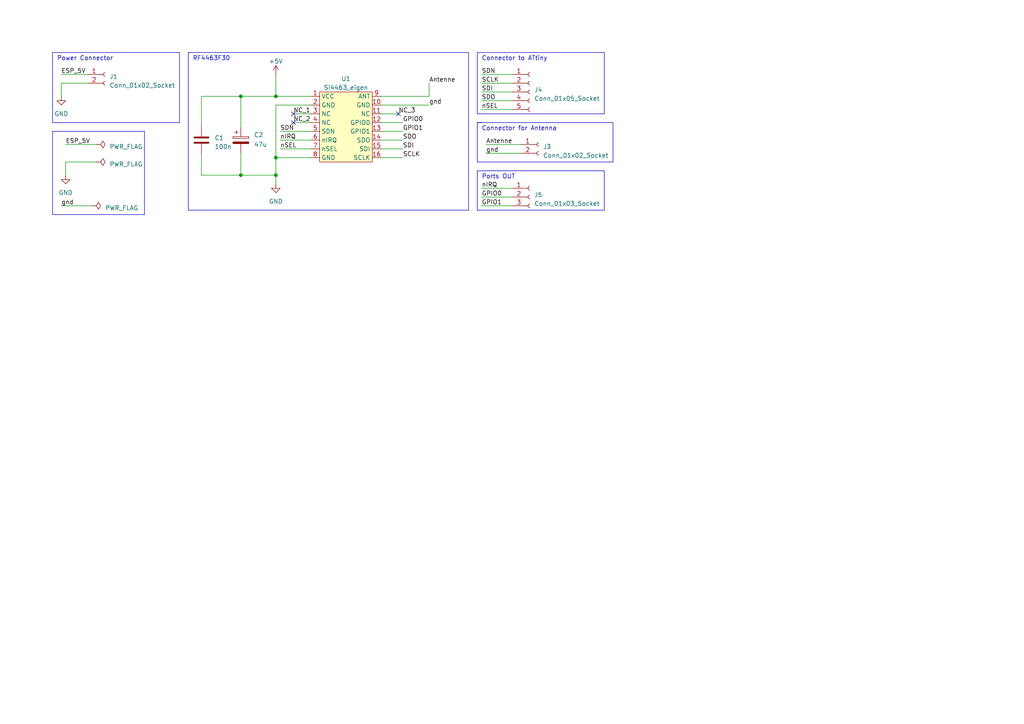
<source format=kicad_sch>
(kicad_sch (version 20230121) (generator eeschema)
  (paper "A4")
  (title_block (title "funk-transmitter-final") (date "2023-03-31") (rev "v1") (comment 1 "erste Version"))
  (lib_symbols
    (symbol "Connector:Conn_01x02_Socket" (pin_names (offset 1.016) hide)
      (property "Reference" "J" (at 0 2.54 0))
      (property "Value" "Conn_01x02_Socket" (at 0 -5.08 0))
      (symbol "Conn_01x02_Socket_1_1"
        (arc (start 0 -2.032) (mid -0.5058 -2.54) (end 0 -3.048) (stroke (width 0.1524)))
        (polyline (pts (xy -1.27 -2.54) (xy -0.508 -2.54)) (stroke (width 0.1524)))
        (polyline (pts (xy -1.27 0) (xy -0.508 0)) (stroke (width 0.1524)))
        (arc (start 0 0.508) (mid -0.5058 0) (end 0 -0.508) (stroke (width 0.1524)))
        (pin passive line (at -5.08 0 0) (length 3.81) (name "Pin_1") (number "1"))
        (pin passive line (at -5.08 -2.54 0) (length 3.81) (name "Pin_2") (number "2"))
      )
    )
    (symbol "Connector:Conn_01x03_Socket" (pin_names (offset 1.016) hide)
      (property "Reference" "J" (at 0 5.08 0))
      (property "Value" "Conn_01x03_Socket" (at 0 -5.08 0))
      (symbol "Conn_01x03_Socket_1_1"
        (arc (start 0 -2.032) (mid -0.5058 -2.54) (end 0 -3.048) (stroke (width 0.1524)))
        (polyline (pts (xy -1.27 -2.54) (xy -0.508 -2.54)) (stroke (width 0.1524)))
        (polyline (pts (xy -1.27 0) (xy -0.508 0)) (stroke (width 0.1524)))
        (polyline (pts (xy -1.27 2.54) (xy -0.508 2.54)) (stroke (width 0.1524)))
        (arc (start 0 0.508) (mid -0.5058 0) (end 0 -0.508) (stroke (width 0.1524)))
        (arc (start 0 3.048) (mid -0.5058 2.54) (end 0 2.032) (stroke (width 0.1524)))
        (pin passive line (at -5.08 2.54 0) (length 3.81) (name "Pin_1") (number "1"))
        (pin passive line (at -5.08 0 0) (length 3.81) (name "Pin_2") (number "2"))
        (pin passive line (at -5.08 -2.54 0) (length 3.81) (name "Pin_3") (number "3"))
      )
    )
    (symbol "Connector:Conn_01x05_Socket" (pin_names (offset 1.016) hide)
      (property "Reference" "J" (at 0 7.62 0))
      (property "Value" "Conn_01x05_Socket" (at 0 -7.62 0))
      (symbol "Conn_01x05_Socket_1_1"
        (arc (start 0 -4.572) (mid -0.5058 -5.08) (end 0 -5.588) (stroke (width 0.1524)))
        (arc (start 0 -2.032) (mid -0.5058 -2.54) (end 0 -3.048) (stroke (width 0.1524)))
        (polyline (pts (xy -1.27 -5.08) (xy -0.508 -5.08)) (stroke (width 0.1524)))
        (polyline (pts (xy -1.27 -2.54) (xy -0.508 -2.54)) (stroke (width 0.1524)))
        (polyline (pts (xy -1.27 0) (xy -0.508 0)) (stroke (width 0.1524)))
        (polyline (pts (xy -1.27 2.54) (xy -0.508 2.54)) (stroke (width 0.1524)))
        (polyline (pts (xy -1.27 5.08) (xy -0.508 5.08)) (stroke (width 0.1524)))
        (arc (start 0 0.508) (mid -0.5058 0) (end 0 -0.508) (stroke (width 0.1524)))
        (arc (start 0 3.048) (mid -0.5058 2.54) (end 0 2.032) (stroke (width 0.1524)))
        (arc (start 0 5.588) (mid -0.5058 5.08) (end 0 4.572) (stroke (width 0.1524)))
        (pin passive line (at -5.08 5.08 0) (length 3.81) (name "Pin_1") (number "1"))
        (pin passive line (at -5.08 2.54 0) (length 3.81) (name "Pin_2") (number "2"))
        (pin passive line (at -5.08 0 0) (length 3.81) (name "Pin_3") (number "3"))
        (pin passive line (at -5.08 -2.54 0) (length 3.81) (name "Pin_4") (number "4"))
        (pin passive line (at -5.08 -5.08 0) (length 3.81) (name "Pin_5") (number "5"))
      )
    )
    (symbol "Device:C" (pin_numbers hide) (pin_names (offset 0.254))
      (property "Reference" "C" (at 0.635 2.54 0))
      (property "Value" "C" (at 0.635 -2.54 0))
      (symbol "C_0_1"
        (polyline (pts (xy -2.032 -0.762) (xy 2.032 -0.762)) (stroke (width 0.508)))
        (polyline (pts (xy -2.032 0.762) (xy 2.032 0.762)) (stroke (width 0.508)))
      )
      (symbol "C_1_1"
        (pin passive line (at 0 3.81 270) (length 2.794) (name "~") (number "1"))
        (pin passive line (at 0 -3.81 90) (length 2.794) (name "~") (number "2"))
      )
    )
    (symbol "Device:C_Polarized" (pin_numbers hide) (pin_names (offset 0.254))
      (property "Reference" "C" (at 0.635 2.54 0))
      (property "Value" "C_Polarized" (at 0.635 -2.54 0))
      (symbol "C_Polarized_0_1"
        (rectangle (start -2.286 0.508) (end 2.286 1.016))
        (polyline (pts (xy -1.778 2.286) (xy -0.762 2.286)))
        (polyline (pts (xy -1.27 2.794) (xy -1.27 1.778)))
        (rectangle (start 2.286 -0.508) (end -2.286 -1.016) (fill (type outline)))
      )
      (symbol "C_Polarized_1_1"
        (pin passive line (at 0 3.81 270) (length 2.794) (name "~") (number "1"))
        (pin passive line (at 0 -3.81 90) (length 2.794) (name "~") (number "2"))
      )
    )
    (symbol "RF:Si4460"
      (property "Reference" "U" (at -6.35 16.51 0))
      (property "Value" "Si4463_eigen" (at 6.35 16.51 0))
      (symbol "Si4460_0_1"
        (rectangle (start -7.62 13.97) (end 7.62 -6.35) (fill (type background)))
      )
      (symbol "Si4460_1_1"
        (pin power_in line (at -10.16 12.7 0) (length 2.54) (name "VCC") (number "1"))
        (pin power_in line (at 10.16 10.16 180) (length 2.54) (name "GND") (number "10"))
        (pin passive line (at 10.16 7.62 180) (length 2.54) (name "NC") (number "11"))
        (pin bidirectional line (at 10.16 5.08 180) (length 2.54) (name "GPIO0") (number "12"))
        (pin bidirectional line (at 10.16 2.54 180) (length 2.54) (name "GPIO1") (number "13"))
        (pin output line (at 10.16 0 180) (length 2.54) (name "SDO") (number "14"))
        (pin input line (at 10.16 -2.54 180) (length 2.54) (name "SDI") (number "15"))
        (pin input line (at 10.16 -5.08 180) (length 2.54) (name "SCLK") (number "16"))
        (pin power_in line (at -10.16 10.16 0) (length 2.54) (name "GND") (number "2"))
        (pin passive line (at -10.16 7.62 0) (length 2.54) (name "NC") (number "3"))
        (pin passive line (at -10.16 5.08 0) (length 2.54) (name "NC") (number "4"))
        (pin input line (at -10.16 2.54 0) (length 2.54) (name "SDN") (number "5"))
        (pin open_collector line (at -10.16 0 0) (length 2.54) (name "nIRQ") (number "6"))
        (pin input line (at -10.16 -2.54 0) (length 2.54) (name "nSEL") (number "7"))
        (pin power_in line (at -10.16 -5.08 0) (length 2.54) (name "GND") (number "8"))
        (pin bidirectional line (at 10.16 12.7 180) (length 2.54) (name "ANT") (number "9"))
      )
    )
    (symbol "power:+5V" (power) (pin_names (offset 0))
      (property "Value" "+5V" (at 0 3.556 0))
      (symbol "+5V_0_1"
        (polyline (pts (xy -0.762 1.27) (xy 0 2.54)))
        (polyline (pts (xy 0 0) (xy 0 2.54)))
        (polyline (pts (xy 0 2.54) (xy 0.762 1.27)))
      )
      (symbol "+5V_1_1"
        (pin power_in line (at 0 0 90) (length 0) hide (name "+5V") (number "1"))
      )
    )
    (symbol "power:GND" (power) (pin_names (offset 0))
      (property "Value" "GND" (at 0 -3.81 0))
      (symbol "GND_0_1"
        (polyline (pts (xy 0 0) (xy 0 -1.27) (xy 1.27 -1.27) (xy 0 -2.54) (xy -1.27 -1.27) (xy 0 -1.27)))
      )
      (symbol "GND_1_1"
        (pin power_in line (at 0 0 270) (length 0) hide (name "GND") (number "1"))
      )
    )
    (symbol "power:PWR_FLAG" (power) (pin_numbers hide) (pin_names (offset 0) hide)
      (property "Value" "PWR_FLAG" (at 0 3.81 0))
      (symbol "PWR_FLAG_0_0"
        (pin power_out line (at 0 0 90) (length 0) (name "pwr") (number "1"))
      )
      (symbol "PWR_FLAG_0_1"
        (polyline (pts (xy 0 0) (xy 0 1.27) (xy -1.016 1.905) (xy 0 2.54) (xy 1.016 1.905) (xy 0 1.27)))
      )
    )
  )
  (junction (at 80.01 45.72))
  (junction (at 80.01 50.8))
  (junction (at 69.85 27.94))
  (junction (at 80.01 27.94))
  (junction (at 69.85 50.8))
  (no_connect (at 115.57 33.02))
  (no_connect (at 85.09 33.02))
  (no_connect (at 85.09 35.56))
  (wire (pts (xy 80.01 30.48) (xy 80.01 45.72)))
  (polyline (pts (xy 15.24 35.56) (xy 15.24 15.24)))
  (wire (pts (xy 139.7 21.59) (xy 148.59 21.59)))
  (polyline (pts (xy 138.43 60.96) (xy 139.7 60.96)))
  (polyline (pts (xy 54.61 15.24) (xy 135.89 15.24)))
  (wire (pts (xy 81.28 43.18) (xy 90.17 43.18)))
  (wire (pts (xy 69.85 27.94) (xy 80.01 27.94)))
  (wire (pts (xy 25.4 21.59) (xy 17.78 21.59)))
  (polyline (pts (xy 138.43 35.56) (xy 139.7 35.56)))
  (wire (pts (xy 80.01 27.94) (xy 80.01 21.59)))
  (wire (pts (xy 27.94 41.91) (xy 19.05 41.91)))
  (polyline (pts (xy 177.8 35.56) (xy 177.8 46.99)))
  (wire (pts (xy 139.7 54.61) (xy 148.59 54.61)))
  (polyline (pts (xy 41.91 38.1) (xy 41.91 62.23)))
  (polyline (pts (xy 52.07 35.56) (xy 15.24 35.56)))
  (wire (pts (xy 80.01 45.72) (xy 90.17 45.72)))
  (wire (pts (xy 80.01 27.94) (xy 90.17 27.94)))
  (wire (pts (xy 140.97 41.91) (xy 151.13 41.91)))
  (wire (pts (xy 139.7 57.15) (xy 148.59 57.15)))
  (polyline (pts (xy 52.07 15.24) (xy 52.07 35.56)))
  (wire (pts (xy 17.78 59.69) (xy 26.67 59.69)))
  (polyline (pts (xy 139.7 60.96) (xy 175.26 60.96)))
  (wire (pts (xy 139.7 31.75) (xy 148.59 31.75)))
  (wire (pts (xy 27.94 46.99) (xy 19.05 46.99)))
  (wire (pts (xy 58.42 44.45) (xy 58.42 50.8)))
  (wire (pts (xy 81.28 38.1) (xy 90.17 38.1)))
  (wire (pts (xy 139.7 26.67) (xy 148.59 26.67)))
  (polyline (pts (xy 41.91 62.23) (xy 15.24 62.23)))
  (wire (pts (xy 110.49 40.64) (xy 116.84 40.64)))
  (polyline (pts (xy 135.89 15.24) (xy 135.89 60.96)))
  (wire (pts (xy 139.7 29.21) (xy 148.59 29.21)))
  (polyline (pts (xy 138.43 35.56) (xy 139.7 35.56)))
  (wire (pts (xy 85.09 35.56) (xy 90.17 35.56)))
  (polyline (pts (xy 175.26 33.02) (xy 138.43 33.02)))
  (wire (pts (xy 58.42 50.8) (xy 69.85 50.8)))
  (wire (pts (xy 110.49 30.48) (xy 124.46 30.48)))
  (polyline (pts (xy 138.43 35.56) (xy 138.43 46.99)))
  (wire (pts (xy 110.49 45.72) (xy 116.84 45.72)))
  (wire (pts (xy 19.05 46.99) (xy 19.05 50.8)))
  (polyline (pts (xy 175.26 15.24) (xy 175.26 33.02)))
  (wire (pts (xy 85.09 33.02) (xy 90.17 33.02)))
  (wire (pts (xy 110.49 27.94) (xy 124.46 27.94)))
  (polyline (pts (xy 15.24 62.23) (xy 15.24 38.1)))
  (wire (pts (xy 80.01 45.72) (xy 80.01 50.8)))
  (polyline (pts (xy 54.61 60.96) (xy 54.61 15.24)))
  (wire (pts (xy 80.01 50.8) (xy 80.01 53.34)))
  (wire (pts (xy 110.49 43.18) (xy 116.84 43.18)))
  (polyline (pts (xy 135.89 60.96) (xy 54.61 60.96)))
  (polyline (pts (xy 138.43 46.99) (xy 177.8 46.99)))
  (polyline (pts (xy 138.43 49.53) (xy 138.43 60.96)))
  (wire (pts (xy 17.78 24.13) (xy 17.78 27.94)))
  (wire (pts (xy 69.85 50.8) (xy 80.01 50.8)))
  (wire (pts (xy 110.49 33.02) (xy 115.57 33.02)))
  (wire (pts (xy 58.42 27.94) (xy 69.85 27.94)))
  (wire (pts (xy 110.49 35.56) (xy 116.84 35.56)))
  (polyline (pts (xy 138.43 15.24) (xy 175.26 15.24)))
  (wire (pts (xy 58.42 36.83) (xy 58.42 27.94)))
  (wire (pts (xy 151.13 44.45) (xy 140.97 44.45)))
  (polyline (pts (xy 175.26 60.96) (xy 175.26 49.53)))
  (wire (pts (xy 69.85 36.83) (xy 69.85 27.94)))
  (polyline (pts (xy 15.24 15.24) (xy 52.07 15.24)))
  (polyline (pts (xy 15.24 38.1) (xy 41.91 38.1)))
  (wire (pts (xy 139.7 24.13) (xy 148.59 24.13)))
  (wire (pts (xy 81.28 40.64) (xy 90.17 40.64)))
  (wire (pts (xy 69.85 44.45) (xy 69.85 50.8)))
  (wire (pts (xy 124.46 24.13) (xy 124.46 27.94)))
  (wire (pts (xy 139.7 59.69) (xy 148.59 59.69)))
  (polyline (pts (xy 139.7 35.56) (xy 177.8 35.56)))
  (wire (pts (xy 80.01 30.48) (xy 90.17 30.48)))
  (polyline (pts (xy 138.43 33.02) (xy 138.43 15.24)))
  (polyline (pts (xy 175.26 49.53) (xy 138.43 49.53)))
  (wire (pts (xy 25.4 24.13) (xy 17.78 24.13)))
  (wire (pts (xy 110.49 38.1) (xy 116.84 38.1)))
  (text "Power Connector" (at 16.51 17.78 0) (effects (font (size 1.27 1.27)) (justify left bottom)))
  (text "RF4463F30" (at 55.88 17.78 0) (effects (font (size 1.27 1.27)) (justify left bottom)))
  (text "Connector to ATtiny" (at 139.7 17.78 0) (effects (font (size 1.27 1.27)) (justify left bottom)))
  (text "Ports OUT" (at 139.7 52.07 0) (effects (font (size 1.27 1.27)) (justify left bottom)))
  (text "Connector for Antenna" (at 139.7 38.1 0) (effects (font (size 1.27 1.27)) (justify left bottom)))
  (label "SDN" (at 139.7 21.59 0))
  (label "nSEL" (at 139.7 31.75 0))
  (label "SDO" (at 116.84 40.64 0))
  (label "Antenne" (at 124.46 24.13 0))
  (label "SDI" (at 139.7 26.67 0))
  (label "SCLK" (at 139.7 24.13 0))
  (label "NC_2" (at 85.09 35.56 0))
  (label "GPIO0" (at 139.7 57.15 0))
  (label "gnd" (at 124.46 30.48 0))
  (label "gnd" (at 17.78 59.69 0))
  (label "SDI" (at 116.84 43.18 0))
  (label "SDN" (at 81.28 38.1 0))
  (label "gnd" (at 140.97 44.45 0))
  (label "GPIO1" (at 139.7 59.69 0))
  (label "NC_1" (at 85.09 33.02 0))
  (label "nIRQ" (at 139.7 54.61 0))
  (label "SCLK" (at 116.84 45.72 0))
  (label "nIRQ" (at 81.28 40.64 0))
  (label "NC_3" (at 115.57 33.02 0))
  (label "Antenne" (at 140.97 41.91 0))
  (label "ESP_5V" (at 19.05 41.91 0))
  (label "ESP_5V" (at 17.78 21.59 0))
  (label "nSEL" (at 81.28 43.18 0))
  (label "GPIO1" (at 116.84 38.1 0))
  (label "SDO" (at 139.7 29.21 0))
  (label "GPIO0" (at 116.84 35.56 0))
  (symbol (lib_id "power:PWR_FLAG") (at 27.94 46.99 270) (unit 1)
    (property "Reference" "#FLG03" (effects hide))
    (property "Value" "PWR_FLAG" (at 31.75 47.625 90) (effects (justify left)))
  )
  (symbol (lib_id "Connector:Conn_01x05_Socket") (at 153.67 26.67 0) (unit 1)
    (property "Reference" "J4" (at 154.94 26.035 0) (effects (justify left)))
    (property "Value" "Conn_01x05_Socket" (at 154.94 28.575 0) (effects (justify left)))
    (property "Footprint" "Connector_PinHeader_2.54mm:PinHeader_1x05_P2.54mm_Vertical" (effects hide))
  )
  (symbol (lib_id "power:PWR_FLAG") (at 26.67 59.69 270) (unit 1)
    (property "Reference" "#FLG01" (effects hide))
    (property "Value" "PWR_FLAG" (at 30.48 60.325 90) (effects (justify left)))
  )
  (symbol (lib_id "Connector:Conn_01x02_Socket") (at 156.21 41.91 0) (unit 1)
    (property "Reference" "J3" (at 157.48 42.545 0) (effects (justify left)))
    (property "Value" "Conn_01x02_Socket" (at 157.48 45.085 0) (effects (justify left)))
    (property "Footprint" "Connector_JST:JST_EH_B2B-EH-A_1x02_P2.50mm_Vertical" (effects hide))
  )
  (symbol (lib_id "Device:C_Polarized") (at 69.85 40.64 0) (unit 1)
    (property "Reference" "C2" (at 73.66 39.116 0) (effects (justify left)))
    (property "Value" "47u" (at 73.66 41.91 0) (effects (justify left)))
    (property "Footprint" "Capacitor_SMD:C_1206_3216Metric_Pad1.33x1.80mm_HandSolder" (effects hide))
  )
  (symbol (lib_id "Device:C") (at 58.42 40.64 0) (unit 1)
    (property "Reference" "C1" (at 62.23 40.005 0) (effects (justify left)))
    (property "Value" "100n" (at 62.23 42.545 0) (effects (justify left)))
    (property "Footprint" "Capacitor_SMD:C_1206_3216Metric_Pad1.33x1.80mm_HandSolder" (effects hide))
  )
  (symbol (lib_id "power:PWR_FLAG") (at 27.94 41.91 270) (unit 1)
    (property "Reference" "#FLG02" (effects hide))
    (property "Value" "PWR_FLAG" (at 31.75 42.545 90) (effects (justify left)))
  )
  (symbol (lib_id "power:GND") (at 17.78 27.94 0) (unit 1)
    (property "Reference" "#PWR01" (effects hide))
    (property "Value" "GND" (at 17.78 33.02 0))
  )
  (symbol (lib_id "power:GND") (at 80.01 53.34 0) (unit 1)
    (property "Reference" "#PWR04" (effects hide))
    (property "Value" "GND" (at 80.01 58.42 0))
  )
  (symbol (lib_id "Connector:Conn_01x03_Socket") (at 153.67 57.15 0) (unit 1)
    (property "Reference" "J5" (at 154.94 56.515 0) (effects (justify left)))
    (property "Value" "Conn_01x03_Socket" (at 154.94 59.055 0) (effects (justify left)))
    (property "Footprint" "Connector_PinSocket_2.54mm:PinSocket_1x03_P2.54mm_Vertical" (effects hide))
  )
  (symbol (lib_id "Connector:Conn_01x02_Socket") (at 30.48 21.59 0) (unit 1)
    (property "Reference" "J1" (at 31.75 22.225 0) (effects (justify left)))
    (property "Value" "Conn_01x02_Socket" (at 31.75 24.765 0) (effects (justify left)))
    (property "Footprint" "Connector_PinHeader_2.54mm:PinHeader_1x02_P2.54mm_Vertical" (effects hide))
  )
  (symbol (lib_id "power:GND") (at 19.05 50.8 0) (unit 1)
    (property "Reference" "#PWR02" (effects hide))
    (property "Value" "GND" (at 19.05 55.88 0))
  )
  (symbol (lib_id "RF:Si4460") (at 100.33 40.64 0) (unit 1)
    (property "Reference" "U1" (at 100.33 22.86 0))
    (property "Value" "Si4463_eigen" (at 100.33 25.4 0))
    (property "Footprint" "RF:Si4463" (effects hide))
    (property "Datasheet" "https://www.silabs.com/documents/public/data-sheets/Si4464-63-61-60.pdf" (effects hide))
  )
  (symbol (lib_id "power:+5V") (at 80.01 21.59 0) (unit 1)
    (property "Reference" "#PWR03" (effects hide))
    (property "Value" "+5V" (at 80.01 17.78 0))
  )
)
</source>
